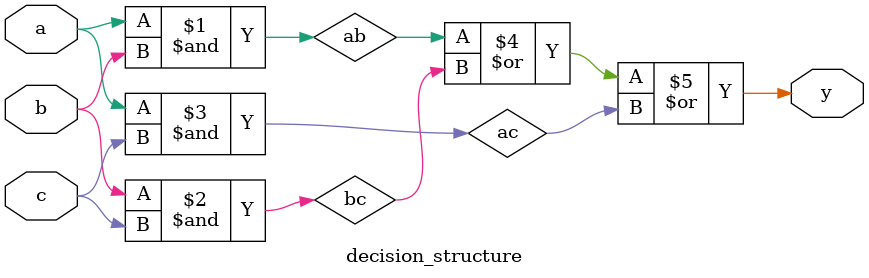
<source format=v>
module decision_structure (a,b,c,y);
	input wire a,b,c;
	output wire y;
	wire ab,bc,ac;
	and g1(ab,a,b);
	and g2(bc,b,c);
	and g3(ac,a,c);
	or g4(y,ab,bc,ac);
endmodule
</source>
